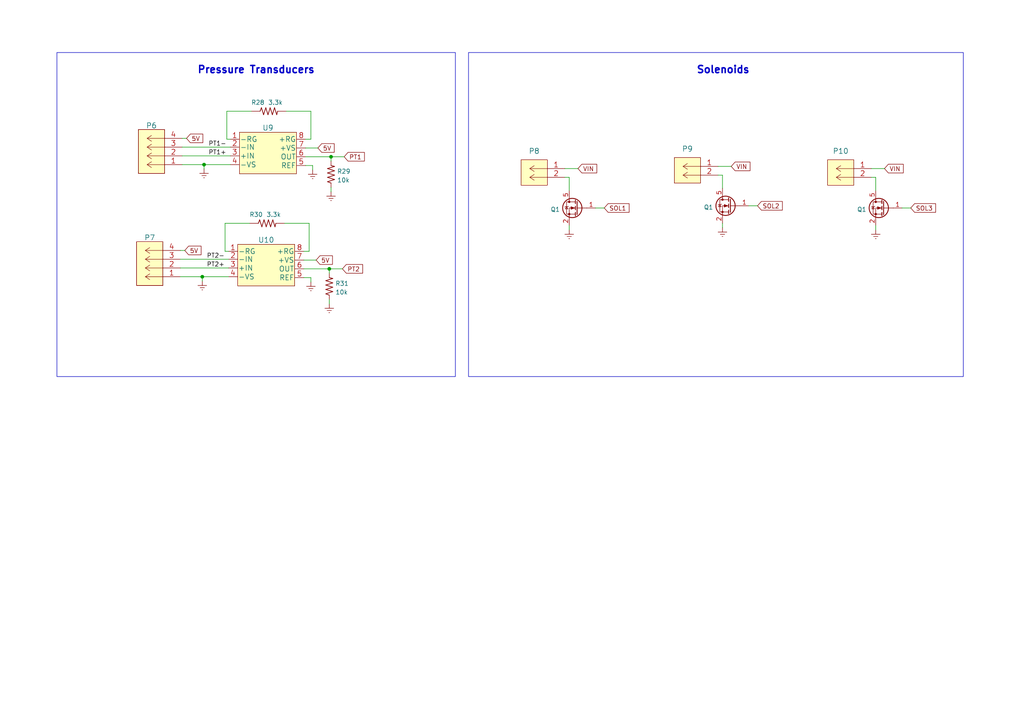
<source format=kicad_sch>
(kicad_sch (version 20230121) (generator eeschema)
  (paper "A4")
  (lib_symbols
    (symbol "AD623ARZ-R7_1" (pin_names (offset 0.254))
      (property "Reference" "U" (at -1.524 12.192 0))
      (symbol "AD623ARZ-R7_1_0_1"
        (rectangle (start -9.525 3.81) (end 6.985 -8.255) (stroke (width 0.1524)) (fill (type background)))
      )
      (symbol "AD623ARZ-R7_1_1_1"
        (pin passive line (at -12.192 1.778 0) (length 2.54) (name "-RG") (number "1"))
        (pin input line (at -12.192 -0.508 0) (length 2.54) (name "-IN") (number "2"))
        (pin input line (at -12.192 -3.048 0) (length 2.54) (name "+IN") (number "3"))
        (pin power_in line (at -12.192 -5.588 0) (length 2.54) (name "-VS") (number "4"))
        (pin input line (at 9.652 -5.842 180) (length 2.54) (name "REF") (number "5"))
        (pin output line (at 9.652 -3.302 180) (length 2.54) (name "OUT") (number "6"))
        (pin power_in line (at 9.652 -0.762 180) (length 2.54) (name "+VS") (number "7"))
        (pin passive line (at 9.652 1.778 180) (length 2.54) (name "+RG") (number "8"))
      )
    )
    (symbol "Engine-Controller:0530470410" (pin_names (offset 0.254) hide)
      (property "Reference" "P" (at 7.62 5.08 0))
      (symbol "0530470410_1_1"
        (polyline (pts (xy 5.08 -10.16) (xy 12.7 -10.16)) (stroke (width 0.127)))
        (polyline (pts (xy 5.08 2.54) (xy 5.08 -10.16)) (stroke (width 0.127)))
        (polyline (pts (xy 10.16 -7.62) (xy 5.08 -7.62)) (stroke (width 0.127)))
        (polyline (pts (xy 10.16 -7.62) (xy 8.89 -8.4582)) (stroke (width 0.127)))
        (polyline (pts (xy 10.16 -7.62) (xy 8.89 -6.7818)) (stroke (width 0.127)))
        (polyline (pts (xy 10.16 -5.08) (xy 5.08 -5.08)) (stroke (width 0.127)))
        (polyline (pts (xy 10.16 -5.08) (xy 8.89 -5.9182)) (stroke (width 0.127)))
        (polyline (pts (xy 10.16 -5.08) (xy 8.89 -4.2418)) (stroke (width 0.127)))
        (polyline (pts (xy 10.16 -2.54) (xy 5.08 -2.54)) (stroke (width 0.127)))
        (polyline (pts (xy 10.16 -2.54) (xy 8.89 -3.3782)) (stroke (width 0.127)))
        (polyline (pts (xy 10.16 -2.54) (xy 8.89 -1.7018)) (stroke (width 0.127)))
        (polyline (pts (xy 10.16 0) (xy 5.08 0)) (stroke (width 0.127)))
        (polyline (pts (xy 10.16 0) (xy 8.89 -0.8382)) (stroke (width 0.127)))
        (polyline (pts (xy 10.16 0) (xy 8.89 0.8382)) (stroke (width 0.127)))
        (polyline (pts (xy 12.7 -10.16) (xy 12.7 2.54)) (stroke (width 0.127)))
        (polyline (pts (xy 12.7 2.54) (xy 5.08 2.54)) (stroke (width 0.127)) (fill (type background)))
        (rectangle (start 5.08 2.54) (end 12.7 -10.16) (stroke (width 0.127)) (fill (type background)))
        (pin passive line (at 0 0 0) (length 5.08) (name "+12V") (number "1"))
        (pin passive line (at 0 -2.54 0) (length 5.08) (name "GND") (number "2"))
        (pin passive line (at 0 -5.08 0) (length 5.08) (name "3") (number "3"))
        (pin passive line (at 0 -7.62 0) (length 5.08) (name "4") (number "4"))
      )
    )
    (symbol "Engine-Controller:Earth" (power) (pin_names (offset 0))
      (symbol "Earth_0_1"
        (polyline (pts (xy -0.635 -1.905) (xy 0.635 -1.905)))
        (polyline (pts (xy -0.127 -2.54) (xy 0.127 -2.54)))
        (polyline (pts (xy 0 -1.27) (xy 0 0)))
        (polyline (pts (xy 1.27 -1.27) (xy -1.27 -1.27)))
      )
      (symbol "Earth_1_1"
        (pin power_in line (at 0 0 270) (length 0) hide (name "Earth") (number "1"))
      )
    )
    (symbol "Engine-Controller:RES_0603" (pin_numbers hide) (pin_names (offset 1.016) hide)
      (property "Reference" "R" (at -1.27 1.27 0))
      (property "Value" "RES_0603" (at -3.81 -2.54 0))
      (symbol "RES_0603_0_0"
        (polyline (pts (xy -2.54 0) (xy -2.159 1.016)) (stroke (width 0.2032)))
        (polyline (pts (xy -2.159 1.016) (xy -1.524 -1.016)) (stroke (width 0.2032)))
        (polyline (pts (xy -1.524 -1.016) (xy -0.889 1.016)) (stroke (width 0.2032)))
        (polyline (pts (xy -0.889 1.016) (xy -0.254 -1.016)) (stroke (width 0.2032)))
        (polyline (pts (xy -0.254 -1.016) (xy 0.381 1.016)) (stroke (width 0.2032)))
        (polyline (pts (xy 0.381 1.016) (xy 1.016 -1.016)) (stroke (width 0.2032)))
        (polyline (pts (xy 1.016 -1.016) (xy 1.651 1.016)) (stroke (width 0.2032)))
        (polyline (pts (xy 1.651 1.016) (xy 2.286 -1.016)) (stroke (width 0.2032)))
        (polyline (pts (xy 2.286 -1.016) (xy 2.54 0)) (stroke (width 0.2032)))
        (pin passive line (at -3.81 0 0) (length 1.27) (name "~") (number "1"))
        (pin passive line (at 3.81 0 180) (length 1.27) (name "~") (number "2"))
      )
    )
    (symbol "Engine-Controller:RES_0805" (pin_numbers hide) (pin_names (offset 1.016) hide)
      (property "Reference" "R" (at -1.27 1.27 0))
      (property "Value" "RES_0805" (at -3.81 -2.54 0))
      (symbol "RES_0805_0_0"
        (polyline (pts (xy -2.54 0) (xy -2.159 1.016)) (stroke (width 0.2032)))
        (polyline (pts (xy -2.159 1.016) (xy -1.524 -1.016)) (stroke (width 0.2032)))
        (polyline (pts (xy -1.524 -1.016) (xy -0.889 1.016)) (stroke (width 0.2032)))
        (polyline (pts (xy -0.889 1.016) (xy -0.254 -1.016)) (stroke (width 0.2032)))
        (polyline (pts (xy -0.254 -1.016) (xy 0.381 1.016)) (stroke (width 0.2032)))
        (polyline (pts (xy 0.381 1.016) (xy 1.016 -1.016)) (stroke (width 0.2032)))
        (polyline (pts (xy 1.016 -1.016) (xy 1.651 1.016)) (stroke (width 0.2032)))
        (polyline (pts (xy 1.651 1.016) (xy 2.286 -1.016)) (stroke (width 0.2032)))
        (polyline (pts (xy 2.286 -1.016) (xy 2.54 0)) (stroke (width 0.2032)))
        (pin passive line (at -5.08 0 0) (length 2.54) (name "~") (number "1"))
        (pin passive line (at 5.08 0 180) (length 2.54) (name "~") (number "2"))
      )
    )
    (symbol "Full-Flight-Computer:QS5U17TR" (pin_names hide)
      (property "Reference" "Q" (at 5.08 1.905 0))
      (symbol "QS5U17TR_0_1"
        (polyline (pts (xy 0.254 0) (xy -2.54 0)))
        (polyline (pts (xy 0.254 1.905) (xy 0.254 -1.905)) (stroke (width 0.254)))
        (polyline (pts (xy 0.762 -1.27) (xy 0.762 -2.286)) (stroke (width 0.254)))
        (polyline (pts (xy 0.762 0.508) (xy 0.762 -0.508)) (stroke (width 0.254)))
        (polyline (pts (xy 0.762 2.286) (xy 0.762 1.27)) (stroke (width 0.254)))
        (polyline (pts (xy 2.54 2.54) (xy 2.54 1.778)))
        (polyline (pts (xy 2.54 -2.54) (xy 2.54 0) (xy 0.762 0)))
        (polyline (pts (xy 0.762 -1.778) (xy 3.302 -1.778) (xy 3.302 1.778) (xy 0.762 1.778)))
        (polyline (pts (xy 1.016 0) (xy 2.032 0.381) (xy 2.032 -0.381) (xy 1.016 0)) (fill (type outline)))
        (polyline (pts (xy 2.794 0.508) (xy 2.921 0.381) (xy 3.683 0.381) (xy 3.81 0.254)))
        (polyline (pts (xy 3.302 0.381) (xy 2.921 -0.254) (xy 3.683 -0.254) (xy 3.302 0.381)))
        (circle (center 1.651 0) (radius 2.794) (stroke (width 0.254)))
        (circle (center 2.54 -1.778) (radius 0.254) (fill (type outline)))
        (circle (center 2.54 1.778) (radius 0.254) (fill (type outline)))
      )
      (symbol "QS5U17TR_1_1"
        (pin input line (at -5.08 0 0) (length 2.54) (name "G") (number "1"))
        (pin passive line (at 2.54 -5.08 90) (length 2.54) (name "S") (number "2"))
        (pin no_connect line (at 8.89 0.635 270) (length 2.54) hide (name "") (number "3"))
        (pin no_connect line (at 11.43 0.635 270) (length 2.54) hide (name "") (number "4"))
        (pin passive line (at 2.54 5.08 270) (length 2.54) (name "D") (number "5"))
      )
    )
    (symbol "Liquid-Rocket-Engine-Controller:0353130260" (pin_names (offset 0.254) hide)
      (property "Reference" "P" (at 8.89 6.35 0))
      (symbol "0353130260_0_1"
        (rectangle (start 5.08 2.54) (end 12.7 -4.826) (stroke (width 0.1524)) (fill (type background)))
      )
      (symbol "0353130260_1_1"
        (polyline (pts (xy 10.16 -2.54) (xy 5.08 -2.54)) (stroke (width 0.127)))
        (polyline (pts (xy 10.16 -2.54) (xy 8.89 -3.3782)) (stroke (width 0.127)))
        (polyline (pts (xy 10.16 -2.54) (xy 8.89 -1.7018)) (stroke (width 0.127)))
        (polyline (pts (xy 10.16 0) (xy 5.08 0)) (stroke (width 0.127)))
        (polyline (pts (xy 10.16 0) (xy 8.89 -0.8382)) (stroke (width 0.127)))
        (polyline (pts (xy 10.16 0) (xy 8.89 0.8382)) (stroke (width 0.127)))
        (pin passive line (at 0 0 0) (length 5.08) (name "5") (number "1"))
        (pin passive line (at 0 -2.54 0) (length 5.08) (name "6") (number "2"))
      )
    )
  )
  (junction (at 58.674 80.264))
  (junction (at 96.012 45.466))
  (junction (at 59.182 47.752))
  (junction (at 95.504 77.978))
  (wire (pts (xy 52.832 40.132) (xy 54.102 40.132)))
  (wire (pts (xy 254 51.435) (xy 254 55.245)))
  (wire (pts (xy 217.17 59.69) (xy 219.71 59.69)))
  (wire (pts (xy 95.504 77.978) (xy 99.314 77.978)))
  (wire (pts (xy 58.674 80.264) (xy 58.674 81.534)))
  (wire (pts (xy 88.138 80.518) (xy 90.17 80.518)))
  (wire (pts (xy 95.504 86.868) (xy 95.504 88.138)))
  (wire (pts (xy 209.55 64.77) (xy 209.55 66.04)))
  (wire (pts (xy 88.646 48.006) (xy 90.678 48.006)))
  (wire (pts (xy 90.678 48.006) (xy 90.678 49.276)))
  (wire (pts (xy 65.786 32.258) (xy 72.898 32.258)))
  (wire (pts (xy 88.138 75.438) (xy 91.694 75.438)))
  (wire (pts (xy 252.73 51.435) (xy 254 51.435)))
  (wire (pts (xy 89.662 64.77) (xy 89.662 72.898)))
  (wire (pts (xy 165.1 65.405) (xy 165.1 66.675)))
  (wire (pts (xy 96.012 54.356) (xy 96.012 55.626)))
  (wire (pts (xy 254 65.405) (xy 254 66.675)))
  (wire (pts (xy 52.324 80.264) (xy 58.674 80.264)))
  (wire (pts (xy 82.55 64.77) (xy 89.662 64.77)))
  (wire (pts (xy 65.786 40.386) (xy 65.786 32.258)))
  (wire (pts (xy 88.138 77.978) (xy 95.504 77.978)))
  (wire (pts (xy 59.182 47.752) (xy 66.802 47.752)))
  (wire (pts (xy 52.832 45.212) (xy 66.802 45.212)))
  (wire (pts (xy 208.28 48.26) (xy 212.09 48.26)))
  (wire (pts (xy 88.646 42.926) (xy 92.202 42.926)))
  (wire (pts (xy 52.832 42.672) (xy 66.802 42.672)))
  (wire (pts (xy 172.72 60.325) (xy 175.26 60.325)))
  (wire (pts (xy 65.278 64.77) (xy 72.39 64.77)))
  (wire (pts (xy 163.83 51.435) (xy 165.1 51.435)))
  (wire (pts (xy 96.012 45.466) (xy 99.822 45.466)))
  (wire (pts (xy 209.55 50.8) (xy 209.55 54.61)))
  (wire (pts (xy 52.324 77.724) (xy 66.294 77.724)))
  (wire (pts (xy 90.17 32.258) (xy 90.17 40.386)))
  (wire (pts (xy 90.17 40.386) (xy 88.646 40.386)))
  (wire (pts (xy 252.73 48.895) (xy 256.54 48.895)))
  (wire (pts (xy 52.324 75.184) (xy 66.294 75.184)))
  (wire (pts (xy 89.662 72.898) (xy 88.138 72.898)))
  (wire (pts (xy 58.674 80.264) (xy 66.294 80.264)))
  (wire (pts (xy 90.17 80.518) (xy 90.17 81.788)))
  (wire (pts (xy 52.324 72.644) (xy 53.594 72.644)))
  (wire (pts (xy 59.182 47.752) (xy 59.182 49.022)))
  (wire (pts (xy 66.802 40.386) (xy 65.786 40.386)))
  (wire (pts (xy 52.832 47.752) (xy 59.182 47.752)))
  (wire (pts (xy 88.646 45.466) (xy 96.012 45.466)))
  (wire (pts (xy 65.278 72.898) (xy 65.278 64.77)))
  (wire (pts (xy 66.294 72.898) (xy 65.278 72.898)))
  (wire (pts (xy 165.1 51.435) (xy 165.1 55.245)))
  (wire (pts (xy 261.62 60.325) (xy 264.16 60.325)))
  (wire (pts (xy 96.012 45.466) (xy 96.012 46.736)))
  (wire (pts (xy 208.28 50.8) (xy 209.55 50.8)))
  (wire (pts (xy 83.058 32.258) (xy 90.17 32.258)))
  (wire (pts (xy 95.504 77.978) (xy 95.504 79.248)))
  (wire (pts (xy 163.83 48.895) (xy 167.64 48.895)))
  (rectangle (start 16.51 15.24) (end 132.08 109.22))
  (rectangle (start 135.89 15.24) (end 279.4 109.22))
  (text "Solenoids" (at 201.93 21.59 0) (effects (font (size 2.0828 2.0828) (thickness 0.4166) bold) (justify left bottom)))
  (text "Pressure Transducers" (at 57.15 21.59 0) (effects (font (size 2.0828 2.0828) (thickness 0.4166) bold) (justify left bottom)))
  (label "PT1-" (at 60.452 42.672 0))
  (label "PT2+" (at 59.944 77.724 0))
  (label "PT2-" (at 59.944 75.184 0))
  (label "PT1+" (at 60.452 45.212 0))
  (global_label "SOL3" (shape input) (at 264.16 60.325 0) (property "Intersheetrefs" "${INTERSHEET_REFS}" (effects hide)))
  (global_label "VIN" (shape input) (at 167.64 48.895 0) (property "Intersheetrefs" "${INTERSHEET_REFS}" (effects hide)))
  (global_label "VIN" (shape input) (at 256.54 48.895 0) (property "Intersheetrefs" "${INTERSHEET_REFS}" (effects hide)))
  (global_label "5V" (shape input) (at 92.202 42.926 0) (property "Intersheetrefs" "${INTERSHEET_REFS}" (effects hide)))
  (global_label "SOL2" (shape input) (at 219.71 59.69 0) (property "Intersheetrefs" "${INTERSHEET_REFS}" (effects hide)))
  (global_label "VIN" (shape input) (at 212.09 48.26 0) (property "Intersheetrefs" "${INTERSHEET_REFS}" (effects hide)))
  (global_label "SOL1" (shape input) (at 175.26 60.325 0) (property "Intersheetrefs" "${INTERSHEET_REFS}" (effects hide)))
  (global_label "PT2" (shape input) (at 99.314 77.978 0) (property "Intersheetrefs" "${INTERSHEET_REFS}" (effects hide)))
  (global_label "5V" (shape input) (at 91.694 75.438 0) (property "Intersheetrefs" "${INTERSHEET_REFS}" (effects hide)))
  (global_label "PT1" (shape input) (at 99.822 45.466 0) (property "Intersheetrefs" "${INTERSHEET_REFS}" (effects hide)))
  (global_label "5V" (shape input) (at 54.102 40.132 0) (property "Intersheetrefs" "${INTERSHEET_REFS}" (effects hide)))
  (global_label "5V" (shape input) (at 53.594 72.644 0) (property "Intersheetrefs" "${INTERSHEET_REFS}" (effects hide)))
  (symbol (lib_id "Engine-Controller:Earth") (at 90.678 49.276 0) (unit 1)
    (property "Reference" "#PWR052" (effects hide))
    (property "Value" "Earth" (effects hide))
    (instances (project "Liquid-Rocket-Engine-Controller" (path "" (reference "#PWR052") (unit 1))) (project "Engine-Controller" (path "" (reference "#PWR032") (unit 1))))
  )
  (symbol (lib_id "Liquid-Rocket-Engine-Controller:0353130260") (at 252.73 48.895 0) (mirror y) (unit 1)
    (property "Reference" "P10" (at 243.84 43.815 0) (effects (font (size 1.524 1.524))))
    (property "Value" "0353130260" (effects hide))
    (property "Footprint" "Liquid-Rocket-Engine-Controller:0353130260" (effects hide))
  )
  (symbol (lib_name "AD623ARZ-R7_1") (lib_id "Engine-Controller:AD623ARZ-R7") (at 78.486 74.676 0) (unit 1)
    (property "Reference" "U10" (at 77.216 69.596 0) (effects (font (size 1.524 1.524))))
    (property "Value" "AD623ARZ-R7" (effects hide))
    (property "Footprint" "Engine-Controller:AD623ARZ-R7" (effects hide))
    (instances (project "Liquid-Rocket-Engine-Controller" (path "" (reference "U10") (unit 1))) (project "Engine-Controller" (path "" (reference "U8") (unit 1))))
  )
  (symbol (lib_id "Liquid-Rocket-Engine-Controller:0353130260") (at 163.83 48.895 0) (mirror y) (unit 1)
    (property "Reference" "P8" (at 154.94 43.815 0) (effects (font (size 1.524 1.524))))
    (property "Value" "0353130260" (effects hide))
    (property "Footprint" "Liquid-Rocket-Engine-Controller:0353130260" (effects hide))
  )
  (symbol (lib_id "Engine-Controller:Earth") (at 254 66.675 0) (unit 1)
    (property "Reference" "#PWR059" (effects hide))
    (property "Value" "Earth" (effects hide))
    (instances (project "Liquid-Rocket-Engine-Controller" (path "" (reference "#PWR059") (unit 1))) (project "Engine-Controller" (path "" (reference "#PWR042") (unit 1))))
  )
  (symbol (lib_id "Engine-Controller:Earth") (at 90.17 81.788 0) (unit 1)
    (property "Reference" "#PWR055" (effects hide))
    (property "Value" "Earth" (effects hide))
    (instances (project "Liquid-Rocket-Engine-Controller" (path "" (reference "#PWR055") (unit 1))) (project "Engine-Controller" (path "" (reference "#PWR032") (unit 1))))
  )
  (symbol (lib_id "Engine-Controller:RES_0805") (at 77.978 32.258 0) (unit 1)
    (property "Reference" "R28" (at 74.803 29.718 0))
    (property "Value" "3.3k" (at 79.883 29.718 0))
    (property "Footprint" "Engine-Controller:RES_0805" (effects hide))
    (instances (project "Liquid-Rocket-Engine-Controller" (path "" (reference "R28") (unit 1))) (project "Engine-Controller" (path "" (reference "R19") (unit 1))))
  )
  (symbol (lib_id "Engine-Controller:Earth") (at 59.182 49.022 0) (unit 1)
    (property "Reference" "#PWR051" (effects hide))
    (property "Value" "Earth" (effects hide))
    (instances (project "Liquid-Rocket-Engine-Controller" (path "" (reference "#PWR051") (unit 1))) (project "Engine-Controller" (path "" (reference "#PWR031") (unit 1))))
  )
  (symbol (lib_id "Engine-Controller:Earth") (at 58.674 81.534 0) (unit 1)
    (property "Reference" "#PWR054" (effects hide))
    (property "Value" "Earth" (effects hide))
    (instances (project "Liquid-Rocket-Engine-Controller" (path "" (reference "#PWR054") (unit 1))) (project "Engine-Controller" (path "" (reference "#PWR031") (unit 1))))
  )
  (symbol (lib_id "Engine-Controller:0530470410") (at 52.324 80.264 180) (unit 1)
    (property "Reference" "P7" (at 43.434 68.9498 0) (effects (font (size 1.524 1.524))))
    (property "Value" "0530470410" (effects hide))
    (property "Footprint" "Engine-Controller:0530470410" (effects hide))
    (instances (project "Liquid-Rocket-Engine-Controller" (path "" (reference "P7") (unit 1))) (project "Engine-Controller" (path "" (reference "P17") (unit 1))))
  )
  (symbol (lib_id "Full-Flight-Computer:QS5U17TR") (at 256.54 60.325 0) (mirror y) (unit 1)
    (property "Reference" "Q1" (at 251.333 60.7588 0) (effects (justify left)))
    (property "Value" "QS5U17TR" (effects hide))
    (property "Footprint" "Full-Flight-Computer:QS5U17TR" (effects hide))
    (property "Datasheet" "https://www.onsemi.com/pub/Collateral/NDS7002A-D.PDF" (effects hide))
    (instances (project "Base-Flight-Computer-Test" (path "" (reference "Q1") (unit 1))) (project "Full-Flight-Computer" (path "" (reference "Q2") (unit 1))) (project "Liquid-Rocket-Engine-Controller" (path "" (reference "Q2") (unit 1)) (path "" (reference "Q6") (unit 1))))
  )
  (symbol (lib_id "Full-Flight-Computer:QS5U17TR") (at 212.09 59.69 0) (mirror y) (unit 1)
    (property "Reference" "Q1" (at 206.883 60.1238 0) (effects (justify left)))
    (property "Value" "QS5U17TR" (effects hide))
    (property "Footprint" "Full-Flight-Computer:QS5U17TR" (effects hide))
    (property "Datasheet" "https://www.onsemi.com/pub/Collateral/NDS7002A-D.PDF" (effects hide))
    (instances (project "Base-Flight-Computer-Test" (path "" (reference "Q1") (unit 1))) (project "Full-Flight-Computer" (path "" (reference "Q2") (unit 1))) (project "Liquid-Rocket-Engine-Controller" (path "" (reference "Q2") (unit 1)) (path "" (reference "Q5") (unit 1))))
  )
  (symbol (lib_id "Engine-Controller:Earth") (at 96.012 55.626 0) (unit 1)
    (property "Reference" "#PWR053" (effects hide))
    (property "Value" "Earth" (effects hide))
    (instances (project "Liquid-Rocket-Engine-Controller" (path "" (reference "#PWR053") (unit 1))) (project "Engine-Controller" (path "" (reference "#PWR042") (unit 1))))
  )
  (symbol (lib_id "Engine-Controller:0530470410") (at 52.832 47.752 180) (unit 1)
    (property "Reference" "P6" (at 43.942 36.4378 0) (effects (font (size 1.524 1.524))))
    (property "Value" "0530470410" (effects hide))
    (property "Footprint" "Engine-Controller:0530470410" (effects hide))
    (instances (project "Liquid-Rocket-Engine-Controller" (path "" (reference "P6") (unit 1))) (project "Engine-Controller" (path "" (reference "P17") (unit 1))))
  )
  (symbol (lib_id "Engine-Controller:RES_0603") (at 95.504 83.058 90) (unit 1)
    (property "Reference" "R31" (at 97.2566 82.2233 90) (effects (justify right)))
    (property "Value" "10k" (at 97.2566 84.7602 90) (effects (justify right)))
    (property "Footprint" "Engine-Controller:RES_0603" (effects hide))
    (instances (project "Liquid-Rocket-Engine-Controller" (path "" (reference "R31") (unit 1))) (project "Engine-Controller" (path "" (reference "R37") (unit 1))))
  )
  (symbol (lib_id "Full-Flight-Computer:QS5U17TR") (at 167.64 60.325 0) (mirror y) (unit 1)
    (property "Reference" "Q1" (at 162.433 60.7588 0) (effects (justify left)))
    (property "Value" "QS5U17TR" (effects hide))
    (property "Footprint" "Full-Flight-Computer:QS5U17TR" (effects hide))
    (property "Datasheet" "https://www.onsemi.com/pub/Collateral/NDS7002A-D.PDF" (effects hide))
    (instances (project "Base-Flight-Computer-Test" (path "" (reference "Q1") (unit 1))) (project "Full-Flight-Computer" (path "" (reference "Q2") (unit 1))) (project "Liquid-Rocket-Engine-Controller" (path "" (reference "Q2") (unit 1)) (path "" (reference "Q4") (unit 1))))
  )
  (symbol (lib_id "Engine-Controller:RES_0805") (at 77.47 64.77 0) (unit 1)
    (property "Reference" "R30" (at 74.295 62.23 0))
    (property "Value" "3.3k" (at 79.375 62.23 0))
    (property "Footprint" "Engine-Controller:RES_0805" (effects hide))
    (instances (project "Liquid-Rocket-Engine-Controller" (path "" (reference "R30") (unit 1))) (project "Engine-Controller" (path "" (reference "R19") (unit 1))))
  )
  (symbol (lib_id "Engine-Controller:Earth") (at 165.1 66.675 0) (unit 1)
    (property "Reference" "#PWR057" (effects hide))
    (property "Value" "Earth" (effects hide))
    (instances (project "Liquid-Rocket-Engine-Controller" (path "" (reference "#PWR057") (unit 1))) (project "Engine-Controller" (path "" (reference "#PWR042") (unit 1))))
  )
  (symbol (lib_id "Engine-Controller:Earth") (at 209.55 66.04 0) (unit 1)
    (property "Reference" "#PWR058" (effects hide))
    (property "Value" "Earth" (effects hide))
    (instances (project "Liquid-Rocket-Engine-Controller" (path "" (reference "#PWR058") (unit 1))) (project "Engine-Controller" (path "" (reference "#PWR042") (unit 1))))
  )
  (symbol (lib_id "Liquid-Rocket-Engine-Controller:0353130260") (at 208.28 48.26 0) (mirror y) (unit 1)
    (property "Reference" "P9" (at 199.39 43.18 0) (effects (font (size 1.524 1.524))))
    (property "Value" "0353130260" (effects hide))
    (property "Footprint" "Liquid-Rocket-Engine-Controller:0353130260" (effects hide))
  )
  (symbol (lib_id "Engine-Controller:RES_0603") (at 96.012 50.546 90) (unit 1)
    (property "Reference" "R29" (at 97.7646 49.7113 90) (effects (justify right)))
    (property "Value" "10k" (at 97.7646 52.2482 90) (effects (justify right)))
    (property "Footprint" "Engine-Controller:RES_0603" (effects hide))
    (instances (project "Liquid-Rocket-Engine-Controller" (path "" (reference "R29") (unit 1))) (project "Engine-Controller" (path "" (reference "R37") (unit 1))))
  )
  (symbol (lib_name "AD623ARZ-R7_1") (lib_id "Engine-Controller:AD623ARZ-R7") (at 78.994 42.164 0) (unit 1)
    (property "Reference" "U9" (at 77.724 37.084 0) (effects (font (size 1.524 1.524))))
    (property "Value" "AD623ARZ-R7" (effects hide))
    (property "Footprint" "Engine-Controller:AD623ARZ-R7" (effects hide))
    (instances (project "Liquid-Rocket-Engine-Controller" (path "" (reference "U9") (unit 1))) (project "Engine-Controller" (path "" (reference "U8") (unit 1))))
  )
  (symbol (lib_id "Engine-Controller:Earth") (at 95.504 88.138 0) (unit 1)
    (property "Reference" "#PWR056" (effects hide))
    (property "Value" "Earth" (effects hide))
    (instances (project "Liquid-Rocket-Engine-Controller" (path "" (reference "#PWR056") (unit 1))) (project "Engine-Controller" (path "" (reference "#PWR042") (unit 1))))
  )
)
</source>
